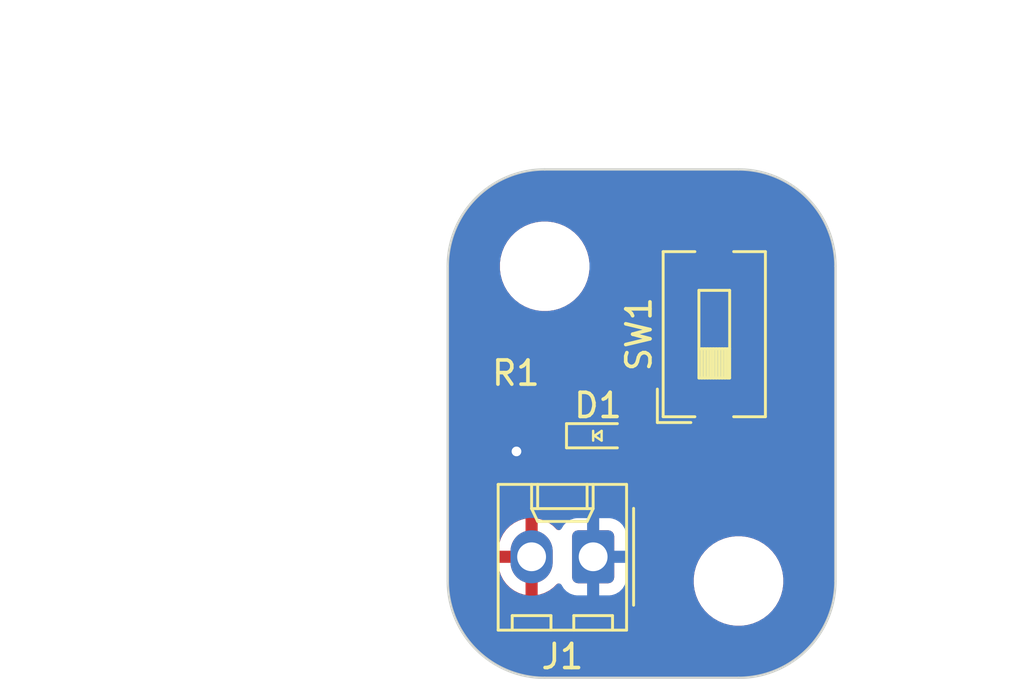
<source format=kicad_pcb>
(kicad_pcb (version 20240108) (generator "pcbnew") (generator_version "8.0")
  (title_block (title "LED Project") (date "2025-09-11") (rev "1.0") (company "Illini Solar Car") (comment 1 "Designed By: Jacob Annes"))
  (layers (0 "F.Cu" signal) (31 "B.Cu" signal) (34 "B.Paste" user) (35 "F.Paste" user) (36 "B.SilkS" user "B.Silkscreen") (37 "F.SilkS" user "F.Silkscreen") (38 "B.Mask" user) (39 "F.Mask" user) (44 "Edge.Cuts" user))
  (net 0 "")
  (net 1 "GND")
  (net 2 "Net-(D1-A)")
  (net 3 "+3V3")
  (net 4 "Net-(R1-Pad1)")
  (footprint "layout:LED_0603_Symbol_on_F.SilkS" (layer "F.Cu") (at 134.2 104)
    (property "Reference" "D1" (at 0 -1.25 0) (layer "F.SilkS"))
    (property "Value" "LED_RED")
    (fp_line (start -1.3 -0.5) (end -1.3 0.5) (stroke (width 0.12)) (layer "F.SilkS"))
    (fp_line (start -1.3 -0.5) (end 0.8 -0.5) (stroke (width 0.12)) (layer "F.SilkS"))
    (fp_line (start -1.3 0.5) (end 0.8 0.5) (stroke (width 0.12)) (layer "F.SilkS"))
    (fp_line (start -0.2 -0.2) (end -0.2 0.2) (stroke (width 0.1)) (layer "F.SilkS"))
    (fp_line (start -0.15 0) (end 0.15 -0.2) (stroke (width 0.1)) (layer "F.SilkS"))
    (fp_line (start 0.15 -0.2) (end 0.15 0.2) (stroke (width 0.1)) (layer "F.SilkS"))
    (fp_line (start 0.15 0.2) (end -0.15 0) (stroke (width 0.1)) (layer "F.SilkS"))
    (pad "1" smd rect (at -0.8 0 180) (size 0.8 0.8) (layers "F.Cu" "F.Paste" "F.Mask") (net 1 "GND"))
    (pad "2" smd rect (at 0.8 0 180) (size 0.8 0.8) (layers "F.Cu" "F.Paste" "F.Mask") (net 2 "Net-(D1-A)"))
  )
  (footprint "Resistor_SMD:R_0201_0603Metric_Pad0.64x0.40mm_HandSolder" (layer "F.Cu") (at 130.8089 102.4636)
    (property "Reference" "R1" (at 0 -1.05 0) (layer "F.SilkS"))
    (property "Value" "105")
    (pad "1" smd roundrect (at -0.4075 0) (size 0.635 0.4) (layers "F.Cu" "F.Mask") (net 4 "Net-(R1-Pad1)"))
    (pad "2" smd roundrect (at 0.4075 0) (size 0.635 0.4) (layers "F.Cu" "F.Mask") (net 2 "Net-(D1-A)"))
  )
  (footprint "MountingHole:MountingHole_3.2mm_M3" (layer "F.Cu") (at 140 110)
    (property "Reference" "REF**" (hide yes))
    (property "Value" "MountingHole_3.2mm_M3")
    (pad "" np_thru_hole circle (at 0 0) (size 3.2 3.2) (drill 3.2) (layers "*.Cu" "*.Mask" "In1.Cu" "In2.Cu" "In3.Cu" "In4.Cu" "In5.Cu" "In6.Cu" "In7.Cu" "In8.Cu" "In9.Cu" "In10.Cu" "In11.Cu" "In12.Cu" "In13.Cu" "In14.Cu" "In15.Cu" "In16.Cu" "In17.Cu" "In18.Cu" "In19.Cu" "In20.Cu" "In21.Cu" "In22.Cu" "In23.Cu" "In24.Cu" "In25.Cu" "In26.Cu" "In27.Cu" "In28.Cu" "In29.Cu" "In30.Cu"))
  )
  (footprint "MountingHole:MountingHole_3.2mm_M3" (layer "F.Cu") (at 132 97)
    (property "Reference" "REF**" (hide yes))
    (property "Value" "MountingHole_3.2mm_M3")
    (pad "" np_thru_hole circle (at 0 0) (size 3.2 3.2) (drill 3.2) (layers "*.Cu" "*.Mask" "In1.Cu" "In2.Cu" "In3.Cu" "In4.Cu" "In5.Cu" "In6.Cu" "In7.Cu" "In8.Cu" "In9.Cu" "In10.Cu" "In11.Cu" "In12.Cu" "In13.Cu" "In14.Cu" "In15.Cu" "In16.Cu" "In17.Cu" "In18.Cu" "In19.Cu" "In20.Cu" "In21.Cu" "In22.Cu" "In23.Cu" "In24.Cu" "In25.Cu" "In26.Cu" "In27.Cu" "In28.Cu" "In29.Cu" "In30.Cu"))
  )
  (footprint "Button_Switch_SMD:SW_DIP_SPSTx01_Slide_6.7x4.1mm_W8.61mm_P2.54mm_LowProfile" (layer "F.Cu") (at 139 99.805 90)
    (property "Reference" "SW1" (at 0 -3.11 90) (layer "F.SilkS"))
    (property "Value" "SW_Push")
    (fp_line (start -3.65 -2.35) (end -2.267 -2.35) (stroke (width 0.12)) (layer "F.SilkS"))
    (fp_line (start -3.65 -2.35) (end -3.65 -0.967) (stroke (width 0.12)) (layer "F.SilkS"))
    (fp_line (start 3.41 -2.11) (end 3.41 -0.8) (stroke (width 0.12)) (layer "F.SilkS"))
    (fp_line (start -3.41 -2.11) (end 3.41 -2.11) (stroke (width 0.12)) (layer "F.SilkS"))
    (fp_line (start -3.41 -2.11) (end -3.41 -0.8) (stroke (width 0.12)) (layer "F.SilkS"))
    (fp_line (start 1.81 -0.635) (end -1.81 -0.635) (stroke (width 0.12)) (layer "F.SilkS"))
    (fp_line (start -0.603333 -0.635) (end -0.603333 0.635) (stroke (width 0.12)) (layer "F.SilkS"))
    (fp_line (start -1.81 -0.635) (end -1.81 0.635) (stroke (width 0.12)) (layer "F.SilkS"))
    (fp_line (start -1.81 -0.515) (end -0.603333 -0.515) (stroke (width 0.12)) (layer "F.SilkS"))
    (fp_line (start -1.81 -0.395) (end -0.603333 -0.395) (stroke (width 0.12)) (layer "F.SilkS"))
    (fp_line (start -1.81 -0.275) (end -0.603333 -0.275) (stroke (width 0.12)) (layer "F.SilkS"))
    (fp_line (start -1.81 -0.155) (end -0.603333 -0.155) (stroke (width 0.12)) (layer "F.SilkS"))
    (fp_line (start -1.81 -0.035) (end -0.603333 -0.035) (stroke (width 0.12)) (layer "F.SilkS"))
    (fp_line (start -1.81 0.085) (end -0.603333 0.085) (stroke (width 0.12)) (layer "F.SilkS"))
    (fp_line (start -1.81 0.205) (end -0.603333 0.205) (stroke (width 0.12)) (layer "F.SilkS"))
    (fp_line (start -1.81 0.325) (end -0.603333 0.325) (stroke (width 0.12)) (layer "F.SilkS"))
    (fp_line (start -1.81 0.445) (end -0.603333 0.445) (stroke (width 0.12)) (layer "F.SilkS"))
    (fp_line (start -1.81 0.565) (end -0.603333 0.565) (stroke (width 0.12)) (layer "F.SilkS"))
    (fp_line (start 1.81 0.635) (end 1.81 -0.635) (stroke (width 0.12)) (layer "F.SilkS"))
    (fp_line (start -1.81 0.635) (end 1.81 0.635) (stroke (width 0.12)) (layer "F.SilkS"))
    (fp_line (start 3.41 0.8) (end 3.41 2.11) (stroke (width 0.12)) (layer "F.SilkS"))
    (fp_line (start -3.41 0.8) (end -3.41 2.11) (stroke (width 0.12)) (layer "F.SilkS"))
    (fp_line (start -3.41 2.11) (end 3.41 2.11) (stroke (width 0.12)) (layer "F.SilkS"))
    (pad "1" smd rect (at -4.305 0 90) (size 2.44 1.12) (layers "F.Cu" "F.Paste" "F.Mask") (net 3 "+3V3"))
    (pad "2" smd rect (at 4.305 0 90) (size 2.44 1.12) (layers "F.Cu" "F.Paste" "F.Mask") (net 4 "Net-(R1-Pad1)"))
  )
  (footprint "Connector_Molex:Molex_KK-254_AE-6410-02A_1x02_P2.54mm_Vertical" (layer "F.Cu") (at 134 109 180)
    (property "Reference" "J1" (at 1.27 -4.12 0) (layer "F.SilkS"))
    (property "Value" "Conn_01x02")
    (fp_line (start 3.92 2.99) (end 3.92 -3.03) (stroke (width 0.12)) (layer "F.SilkS"))
    (fp_line (start 3.92 -3.03) (end -1.38 -3.03) (stroke (width 0.12)) (layer "F.SilkS"))
    (fp_line (start 3.34 -2.43) (end 3.34 -3.03) (stroke (width 0.12)) (layer "F.SilkS"))
    (fp_line (start 2.54 1.99) (end 2.54 2.99) (stroke (width 0.12)) (layer "F.SilkS"))
    (fp_line (start 2.29 2.99) (end 2.29 1.99) (stroke (width 0.12)) (layer "F.SilkS"))
    (fp_line (start 2.29 1.46) (end 2.54 1.99) (stroke (width 0.12)) (layer "F.SilkS"))
    (fp_line (start 1.74 -2.43) (end 3.34 -2.43) (stroke (width 0.12)) (layer "F.SilkS"))
    (fp_line (start 1.74 -3.03) (end 1.74 -2.43) (stroke (width 0.12)) (layer "F.SilkS"))
    (fp_line (start 0.8 -2.43) (end 0.8 -3.03) (stroke (width 0.12)) (layer "F.SilkS"))
    (fp_line (start 0.25 2.99) (end 0.25 1.99) (stroke (width 0.12)) (layer "F.SilkS"))
    (fp_line (start 0.25 1.46) (end 2.29 1.46) (stroke (width 0.12)) (layer "F.SilkS"))
    (fp_line (start 0 2.99) (end 0 1.99) (stroke (width 0.12)) (layer "F.SilkS"))
    (fp_line (start 0 1.99) (end 2.54 1.99) (stroke (width 0.12)) (layer "F.SilkS"))
    (fp_line (start 0 1.99) (end 0.25 1.46) (stroke (width 0.12)) (layer "F.SilkS"))
    (fp_line (start -0.8 -2.43) (end 0.8 -2.43) (stroke (width 0.12)) (layer "F.SilkS"))
    (fp_line (start -0.8 -3.03) (end -0.8 -2.43) (stroke (width 0.12)) (layer "F.SilkS"))
    (fp_line (start -1.38 2.99) (end 3.92 2.99) (stroke (width 0.12)) (layer "F.SilkS"))
    (fp_line (start -1.38 -3.03) (end -1.38 2.99) (stroke (width 0.12)) (layer "F.SilkS"))
    (fp_line (start -1.67 -2) (end -1.67 2) (stroke (width 0.12)) (layer "F.SilkS"))
    (pad "1" thru_hole roundrect (at 0 0 180) (size 1.74 2.19) (drill 1.19) (layers "*.Cu" "*.Mask" "In1.Cu" "In2.Cu" "In3.Cu" "In4.Cu" "In5.Cu" "In6.Cu" "In7.Cu" "In8.Cu" "In9.Cu" "In10.Cu" "In11.Cu" "In12.Cu" "In13.Cu" "In14.Cu" "In15.Cu" "In16.Cu" "In17.Cu" "In18.Cu" "In19.Cu" "In20.Cu" "In21.Cu" "In22.Cu" "In23.Cu" "In24.Cu" "In25.Cu" "In26.Cu" "In27.Cu" "In28.Cu" "In29.Cu" "In30.Cu") (roundrect_rratio 0.143678) (net 1 "GND"))
    (pad "2" thru_hole oval (at 2.54 0 180) (size 1.74 2.19) (drill 1.19) (layers "*.Cu" "*.Mask" "In1.Cu" "In2.Cu" "In3.Cu" "In4.Cu" "In5.Cu" "In6.Cu" "In7.Cu" "In8.Cu" "In9.Cu" "In10.Cu" "In11.Cu" "In12.Cu" "In13.Cu" "In14.Cu" "In15.Cu" "In16.Cu" "In17.Cu" "In18.Cu" "In19.Cu" "In20.Cu" "In21.Cu" "In22.Cu" "In23.Cu" "In24.Cu" "In25.Cu" "In26.Cu" "In27.Cu" "In28.Cu" "In29.Cu" "In30.Cu") (net 3 "+3V3"))
  )
  (gr_arc (start 128 97) (mid 129.171573 94.171573) (end 132 93) (stroke (width 0.1)) (layer "Edge.Cuts"))
  (gr_line (start 132 93) (end 140 93) (stroke (width 0.1)) (layer "Edge.Cuts"))
  (gr_arc (start 140 93) (mid 142.828427 94.171573) (end 144 97) (stroke (width 0.1)) (layer "Edge.Cuts"))
  (gr_line (start 140 114) (end 132 114) (stroke (width 0.1)) (layer "Edge.Cuts"))
  (gr_arc (start 132 114) (mid 129.171573 112.828427) (end 128 110) (stroke (width 0.1)) (layer "Edge.Cuts"))
  (gr_line (start 144 97) (end 144 110) (stroke (width 0.1)) (layer "Edge.Cuts"))
  (gr_line (start 128 110) (end 128 97) (stroke (width 0.1)) (layer "Edge.Cuts"))
  (gr_arc (start 144 110) (mid 142.828427 112.828427) (end 140 114) (stroke (width 0.1)) (layer "Edge.Cuts"))
  (segment (start 131.4834 104) (end 133.4 104) (width 0.25) (layer "F.Cu") (net 1))
  (segment (start 130.8354 104.648) (end 131.4834 104) (width 0.25) (layer "F.Cu") (net 1))
  (via (at 130.8354 104.648) (size 0.8) (drill 0.4) (layers "F.Cu" "B.Cu") (net 1))
  (segment (start 135.382 101.727) (end 135.382 103.618) (width 0.25) (layer "F.Cu") (net 2))
  (segment (start 131.953 101.727) (end 135.382 101.727) (width 0.25) (layer "F.Cu") (net 2))
  (segment (start 135.382 103.618) (end 135 104) (width 0.25) (layer "F.Cu") (net 2))
  (segment (start 131.2164 102.4636) (end 131.953 101.727) (width 0.25) (layer "F.Cu") (net 2))
  (segment (start 130.4014 102.357288) (end 130.4014 102.4636) (width 0.25) (layer "F.Cu") (net 4))
  (segment (start 139 95.5) (end 136.0638 95.5) (width 0.25) (layer "F.Cu") (net 4))
  (segment (start 133.8326 100.965) (end 131.793688 100.965) (width 0.25) (layer "F.Cu") (net 4))
  (segment (start 136.0424 98.7552) (end 133.8326 100.965) (width 0.25) (layer "F.Cu") (net 4))
  (segment (start 131.793688 100.965) (end 130.4014 102.357288) (width 0.25) (layer "F.Cu") (net 4))
  (segment (start 136.0424 95.4786) (end 136.0424 98.7552) (width 0.25) (layer "F.Cu") (net 4))
  (segment (start 136.0638 95.5) (end 136.0424 95.4786) (width 0.25) (layer "F.Cu") (net 4))
  (zone (net 3) (net_name "+3V3") (layer "F.Cu") (connect_pads (clearance 0.508)) (min_thickness 0.25) (fill yes (thermal_gap 0.5) (thermal_bridge_width 0.5))
    (polygon (pts (xy 128 93) (xy 144 93) (xy 144 114) (xy 128 114)))
  )
  (zone (net 1) (net_name "GND") (layer "B.Cu") (priority 1) (connect_pads (clearance 0.508)) (min_thickness 0.25) (fill yes (thermal_gap 0.5) (thermal_bridge_width 0.5))
    (polygon (pts (xy 128 93) (xy 144 93) (xy 144 114) (xy 128 114)))
  )
)
</source>
